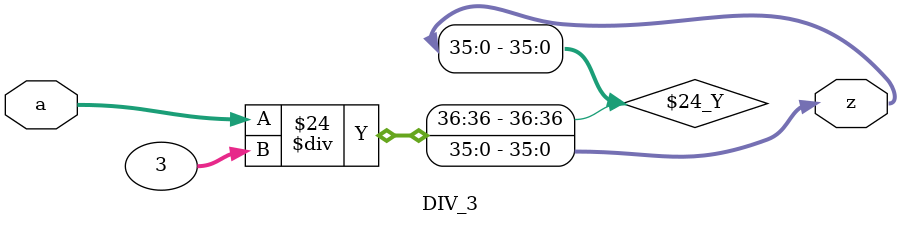
<source format=v>

`ifdef RTL
	`include "GATED_OR.v"
`else
	`include "Netlist/GATED_OR_SYN.v"
`endif
// synopsys translate_on

module SAD(
    //Input signals
    clk,
    rst_n,
    cg_en,
    in_valid,
	in_data1,
    T,
    in_data2,
    w_Q,
    w_K,
    w_V,

    //Output signals
    out_valid,
    out_data
    );

input clk;
input rst_n;
input in_valid;
input cg_en;
input signed [5:0] in_data1;
input [3:0] T;
input signed [7:0] in_data2;
input signed [7:0] w_Q;
input signed [7:0] w_K;
input signed [7:0] w_V;

output reg out_valid;
output reg signed [91:0] out_data;

//==============================================//
//       parameter & integer declaration        //
//==============================================//
parameter d_model = 'd8;

genvar k;

//==============================================//
//           reg & wire declaration             //
//==============================================//

reg [8:0] cnt_clk, next_cnt_clk;  // 0 ~ 307 (9 bits)
reg [6:0] handle_cycles_t8;   // 1*8 or 4*8 or 8*8 = 8 ~ 64
reg [6:0] handle_cycles_tt;   // 1*1 or 4*4 or 8*8 = 1 ~ 64
reg [8:0] QK_start_cycle;
reg [8:0] SV_start_cycle;
reg [8:0] out_start_cycle;
reg [8:0] end_cycle;     // max = 307 ??

// ----------------- input buffer -----------------
wire in_data1_valid, in_data2_valid, Q_valid, K_valid, V_valid;

reg signed [5:0] in_data1_reg [0:15];
reg [3:0] T_reg;
wire signed [7:0] in_data2_reg [0:63];
wire signed [7:0] w_Q_reg [0:63];
wire signed [7:0] w_K_reg [0:63];
wire signed [7:0] w_V_reg [0:63];

// ----------------- det -----------------
reg [3:0] det_cnt;    // 0 ~ 11
wire is_det;
reg  is_det_d1, is_det_d2, is_det_d3;

reg signed [20:0] det_tmp;   // 21-bit
reg signed [24:0] det_result;

// ----------------- matrix multiply -----------------
reg [4:0] mult_cnt_small;   // 0~191
reg [4:0] mult_cnt_small_d1;
wire is_multiplying;
wire Q_mult, K_mult, V_mult;
reg  Q_mult_d1, K_mult_d1, V_mult_d1;

wire signed [7:0] w_Q_transpose [0:63];
wire signed [7:0] w_K_transpose [0:63];
wire signed [7:0] w_V_transpose [0:63];

wire is_QK;
reg [5:0] mult_cnt_QK, mult_cnt_QK_d1, mult_cnt_QK_d2, mult_cnt_QK_d3;

reg signed [37:0] A_tmp;     // 38-bit
wire signed [36:0] A_pos;     // 37-bit

reg [36:0] div_a;   // 37-bit, all positive, unsigned
reg [35:0] div_z;   // 36-bit

reg signed [36:0] S_reg [0:63];

wire is_SV;
reg is_SV_d1;
reg [7:0] mult_cnt_SV;   // 0~191

wire signed [18:0] V_transpose [0:63];

// ----------------- mult -----------------
reg signed [7:0]  mult_s1_a [0:7];
reg signed [7:0]  mult_s1_b [0:7];
reg signed [15:0] mult_s1_z [0:7];

reg signed [7:0]  mult_s2_a [0:7];
reg signed [7:0]  mult_s2_b [0:7];
reg signed [15:0] mult_s2_z [0:7];

reg signed [18:0] mult_b_a [0:7];
reg signed [36:0] mult_b_b [0:7];
reg signed [53:0] mult_b_z [0:7];

reg signed [24:0] mult_f_a;
reg signed [53:0] mult_f_b;
reg signed [91:0] mult_f_z;

reg signed [18:0] Q_reg [0:63], K_reg [0:63], V_reg [0:63];     // 19-bit

//==============================================//
//                  design                      //
//==============================================//

wire the_end = (cnt_clk == end_cycle);

// reg [8:0] cnt_clk;  // 0 ~ 307 (9 bits)
always @(posedge clk or negedge rst_n) begin
	if (!rst_n) cnt_clk <= 7'b0;
	else cnt_clk <= next_cnt_clk;
end

// reg [8:0] next_cnt_clk;  // 0 ~ 307 (9 bits)
always @(*) begin
    next_cnt_clk = cnt_clk;
    if      (the_end)                    next_cnt_clk = 9'b0;
    else if (cnt_clk > 9'b0 || in_valid) next_cnt_clk = cnt_clk + 9'd1;
end

// ----------------- input -----------------

// wire in_data1_valid, in_data2_valid, Q_valid, K_valid, V_valid;
assign in_data1_valid = in_valid && cnt_clk < 9'd16;
assign in_data2_valid = in_valid && cnt_clk < ({3'd0, T_reg} << 3);
assign Q_valid = in_valid &&                     cnt_clk < 9'd64;
assign K_valid = in_valid && cnt_clk > 9'd63  && cnt_clk < 9'd128;
assign V_valid = in_valid && cnt_clk > 9'd127 && cnt_clk < 9'd192;

// reg [3:0] T_reg;
always @(posedge clk or negedge rst_n) begin
    if      (!rst_n)                      T_reg <= 4'd0;
    else if (in_valid && cnt_clk == 9'd0) T_reg <= T;
end

// reg [6:0] handle_cycles_t8;   // 1*8 or 4*8 or 8*8 = 8 ~ 64
always @(*) begin
    case (T_reg)
        1:       handle_cycles_t8 = 7'd8;
        4:       handle_cycles_t8 = 7'd32;
        default: handle_cycles_t8 = 7'd64;
    endcase
end
// reg [6:0] handle_cycles_tt;   // 1*1 or 4*4 or 8*8 = 1 ~ 64
always @(*) begin
    case (T_reg)
        1:       handle_cycles_tt = 7'd1;
        4:       handle_cycles_tt = 7'd32;
        default: handle_cycles_tt = 7'd64;
    endcase
end

// reg [8:0] QK_start_cycle;
always @(*) begin
    case (T_reg)
        1:       QK_start_cycle = 9'd190;
        4:       QK_start_cycle = 9'd148;
        default: QK_start_cycle = 9'd148;
    endcase
end

// reg [8:0] SV_start_cycle;
always @(*) begin
    case (T_reg)
        1:       SV_start_cycle = 9'd194;
        4:       SV_start_cycle = 9'd195;
        default: SV_start_cycle = 9'd212;
    endcase
end

// reg [8:0] out_start_cycle;
always @(*) begin
    case (T_reg)
        1:       out_start_cycle = 9'd196;
        4:       out_start_cycle = 9'd197;
        default: out_start_cycle = 9'd214;
    endcase
end

// reg [8:0] end_cycle;     // max = 307 ??
always @(*) begin
    case (T_reg)
        1:       end_cycle = 9'd204;
        4:       end_cycle = 9'd229;
        default: end_cycle = 9'd278;
    endcase
end

wire in_data1_clk;
wire in_data1_sleep = cg_en & ~(cnt_clk <= 27);
GATED_OR GATED_in_data1 (.CLOCK(clk), .SLEEP_CTRL(in_data1_sleep), .RST_N(rst_n), .CLOCK_GATED(in_data1_clk));

// reg signed [5:0] in_data1_reg [0:15];
always @(posedge in_data1_clk or negedge rst_n) begin
// always @(posedge clk or negedge rst_n) begin
    integer i;
    if (!rst_n) for (i = 0; i < 16; i  = i + 1) in_data1_reg[i] <= 6'd0;
    // ----------------- input -----------------
    else if (in_data1_valid) in_data1_reg[cnt_clk] <= in_data1;
    // -------------- determinent --------------
    else if (is_det) begin
        in_data1_reg[0] <= in_data1_reg[1];
        in_data1_reg[1] <= in_data1_reg[2];
        in_data1_reg[2] <= in_data1_reg[3];
        in_data1_reg[3] <= in_data1_reg[0];

        in_data1_reg[4] <= in_data1_reg[5];
        in_data1_reg[5] <= in_data1_reg[6];
        in_data1_reg[6] <= in_data1_reg[7];
        in_data1_reg[7] <= in_data1_reg[4];
        
        in_data1_reg[8] <= in_data1_reg[9];
        in_data1_reg[9] <= in_data1_reg[10];
        in_data1_reg[10] <= in_data1_reg[11];
        in_data1_reg[11] <= in_data1_reg[8];

        in_data1_reg[12] <= in_data1_reg[13];
        in_data1_reg[13] <= in_data1_reg[14];
        in_data1_reg[14] <= in_data1_reg[15];
        in_data1_reg[15] <= in_data1_reg[12];
    end
end

wire in_data2_clk_h1, in_data2_clk_h2;
wire in_data2_sleep = cg_en & ~(cnt_clk < ({3'd0, T_reg} << 3)) & ~(the_end);
GATED_OR GATED_in_data2_h1 (.CLOCK(clk), .SLEEP_CTRL(in_data2_sleep), .RST_N(rst_n), .CLOCK_GATED(in_data2_clk_h1));
GATED_OR GATED_in_data2_h2 (.CLOCK(clk), .SLEEP_CTRL(in_data2_sleep), .RST_N(rst_n), .CLOCK_GATED(in_data2_clk_h2));

reg signed [7:0] in_data2_reg_h1 [0:31], in_data2_reg_h2 [32:63];

// reg signed [7:0] in_data2_reg [0:63];
always @(posedge in_data2_clk_h1 or negedge rst_n) begin
// always @(posedge clk or negedge rst_n) begin
    integer i;
    if      (!rst_n)                            for (i = 0; i < 32; i  = i + 1) in_data2_reg_h1[i] <= 8'd0;
    else if (the_end)                           for (i = 8; i < 32; i  = i + 1) in_data2_reg_h1[i] <= 8'd0;
    else if (in_data2_valid && cnt_clk < 9'd32) in_data2_reg_h1[cnt_clk] <= in_data2;
end

always @(posedge in_data2_clk_h2 or negedge rst_n) begin
// always @(posedge clk or negedge rst_n) begin
    integer i;
    if      (!rst_n)                            for (i = 32; i < 64; i  = i + 1) in_data2_reg_h2[i] <= 8'd0;
    else if (the_end)                           for (i = 32; i < 64; i  = i + 1) in_data2_reg_h2[i] <= 8'd0;
    else if (in_data2_valid && cnt_clk > 9'd31) in_data2_reg_h2[cnt_clk] <= in_data2;
end

generate
    for (k = 0; k < 32; k = k + 1) begin: recover_in_data2_reg
        assign in_data2_reg[k]    = in_data2_reg_h1[k];
        assign in_data2_reg[k+32] = in_data2_reg_h2[k+32];
    end
endgenerate

wire w_Q_clk_h1, w_Q_clk_h2;
wire w_K_clk_h1, w_K_clk_h2;
wire w_V_clk_h1, w_V_clk_h2;
wire w_Q_sleep = cg_en & ~(cnt_clk < 9'd64);
wire w_K_sleep = cg_en & ~(cnt_clk > 9'd63  && cnt_clk < 9'd128);
wire w_V_sleep = cg_en & ~(cnt_clk > 9'd127 && cnt_clk < 9'd192);
GATED_OR GATED_w_Q_h1 (.CLOCK(clk), .SLEEP_CTRL(w_Q_sleep), .RST_N(rst_n), .CLOCK_GATED(w_Q_clk_h1));
GATED_OR GATED_w_K_h1 (.CLOCK(clk), .SLEEP_CTRL(w_K_sleep), .RST_N(rst_n), .CLOCK_GATED(w_K_clk_h1));
GATED_OR GATED_w_V_h1 (.CLOCK(clk), .SLEEP_CTRL(w_V_sleep), .RST_N(rst_n), .CLOCK_GATED(w_V_clk_h1));
GATED_OR GATED_w_Q_h2 (.CLOCK(clk), .SLEEP_CTRL(w_Q_sleep), .RST_N(rst_n), .CLOCK_GATED(w_Q_clk_h2));
GATED_OR GATED_w_K_h2 (.CLOCK(clk), .SLEEP_CTRL(w_K_sleep), .RST_N(rst_n), .CLOCK_GATED(w_K_clk_h2));
GATED_OR GATED_w_V_h2 (.CLOCK(clk), .SLEEP_CTRL(w_V_sleep), .RST_N(rst_n), .CLOCK_GATED(w_V_clk_h2));

reg signed [7:0] w_Q_reg_h1 [0:31], w_Q_reg_h2 [32:63];
reg signed [7:0] w_K_reg_h1 [0:31], w_K_reg_h2 [32:63];
reg signed [7:0] w_V_reg_h1 [0:31], w_V_reg_h2 [32:63];

generate
    for (k = 0; k < 32; k = k + 1) begin: recover_w_QKV_reg
        assign w_Q_reg[k] = w_Q_reg_h1[k];
        assign w_K_reg[k] = w_K_reg_h1[k];
        assign w_V_reg[k] = w_V_reg_h1[k];
        assign w_Q_reg[k+32] = w_Q_reg_h2[k+32];
        assign w_K_reg[k+32] = w_K_reg_h2[k+32];
        assign w_V_reg[k+32] = w_V_reg_h2[k+32];
    end
endgenerate

// reg signed [7:0] w_Q_reg [0:63];
always @(posedge w_Q_clk_h1 or negedge rst_n) begin
    integer i;
    if      (!rst_n)  for (i = 0; i < 32; i = i + 1) w_Q_reg_h1[i] <= 8'd0;
    else if (Q_valid && cnt_clk[5:0] < 6'd32) w_Q_reg_h1[cnt_clk[5:0]] <= w_Q;
end
always @(posedge w_Q_clk_h2 or negedge rst_n) begin
    integer i;
    if      (!rst_n)  for (i = 32; i < 64; i = i + 1) w_Q_reg_h2[i] <= 8'd0;
    else if (Q_valid && cnt_clk[5:0] > 6'd31) w_Q_reg_h2[cnt_clk[5:0]] <= w_Q;
end

// reg signed [7:0] w_K_reg [0:63];
always @(posedge w_K_clk_h1 or negedge rst_n) begin
    integer i;
    if      (!rst_n)  for (i = 0; i < 32; i = i + 1) w_K_reg_h1[i] <= 8'd0;
    else if (K_valid && cnt_clk[5:0] < 6'd32) w_K_reg_h1[cnt_clk[5:0]] <= w_K;
end
always @(posedge w_K_clk_h2 or negedge rst_n) begin
    integer i;
    if      (!rst_n)  for (i = 32; i < 64; i = i + 1) w_K_reg_h2[i] <= 8'd0;
    else if (K_valid && cnt_clk[5:0] > 6'd31) w_K_reg_h2[cnt_clk[5:0]] <= w_K;
end

// reg signed [7:0] w_V_reg [0:63];
always @(posedge w_V_clk_h1 or negedge rst_n) begin
    integer i;
    if      (!rst_n)  for (i = 0; i < 32; i = i + 1) w_V_reg_h1[i] <= 8'd0;
    else if (V_valid && cnt_clk[5:0] < 6'd32) w_V_reg_h1[cnt_clk[5:0]] <= w_V;
end
always @(posedge w_V_clk_h2 or negedge rst_n) begin
    integer i;
    if      (!rst_n)  for (i = 32; i < 64; i = i + 1) w_V_reg_h2[i] <= 8'd0;
    else if (V_valid && cnt_clk[5:0] > 6'd31) w_V_reg_h2[cnt_clk[5:0]] <= w_V;
end

// -------------- determinent --------------

wire det_cnt_clk;
wire det_cnt_sleep = cg_en & ~(is_det) & ~(the_end);
GATED_OR GATED_det_cnt (.CLOCK(clk), .SLEEP_CTRL(det_cnt_sleep), .RST_N(rst_n), .CLOCK_GATED(det_cnt_clk));

// reg [3:0] det_cnt;    // 0 ~ 11
always @(posedge det_cnt_clk or negedge rst_n) begin
// always @(posedge clk or negedge rst_n) begin
    if      (!rst_n) det_cnt <= 4'd0;
    else if (is_det) det_cnt <= det_cnt + 4'd1;
    else if (the_end) det_cnt <= 4'd0;
end

// wire is_det;
assign is_det = (cnt_clk >= 9'd16 && cnt_clk <= 9'd27);

wire is_det_d_clk;
wire is_det_d_sleep = cg_en & ~(cnt_clk >= 9'd16 && cnt_clk <= 9'd30);
GATED_OR GATED_is_det_d (.CLOCK(clk), .SLEEP_CTRL(is_det_d_sleep), .RST_N(rst_n), .CLOCK_GATED(is_det_d_clk));

// reg is_det_d1, is_det_d2, is_det_d3;
always @(posedge is_det_d_clk or negedge rst_n) begin
// always @(posedge clk or negedge rst_n) begin
    if (!rst_n) begin
        is_det_d1 <= 1'b0;
        is_det_d2 <= 1'b0;
        is_det_d3 <= 1'b0;
    end
    else begin
        is_det_d1 <= is_det;
        is_det_d2 <= is_det_d1;
        is_det_d3 <= is_det_d2;
    end
end

// + a0 a5 a10 a15
// - a1 a6 a11 a12
// + a2 a7 a8  a13
// - a3 a4 a9  a14

// + a0 a6 a11 a13
// - a1 a7 a8  a14
// + a2 a4 a9  a15
// - a3 a5 a10 a12

// + a0 a7 a9  a14
// - a1 a4 a10 a15
// + a2 a5 a11 a12
// - a3 a6 a8  a13

//--------------------

// - a0 a7 a10 a13
// + a1 a4 a11 a14 
// - a2 a5 a8  a15
// + a3 a6 a9  a12

// - a0 a5 a11 a14
// + a1 a6 a8  a15 
// - a2 a7 a9  a12
// + a3 a4 a10 a13 

// - a0 a6 a9  a15
// + a1 a7 a10 a12
// - a2 a4 a11 a13 
// + a3 a5 a8  a14

wire mult_s_clk;
wire mult_s_sleep = cg_en & ~is_det & ~Q_mult & ~K_mult & ~V_mult & ~(the_end);
GATED_OR GATED_mult_s (.CLOCK(clk), .SLEEP_CTRL(mult_s_sleep), .RST_N(rst_n), .CLOCK_GATED(mult_s_clk));

// reg signed [7:0] mult_s_a[0:7], mult_s_b[0:7]
always @(posedge mult_s_clk or negedge rst_n) begin
// always @(posedge clk or negedge rst_n) begin
    integer i;
    if (!rst_n) begin
        for (i = 0; i < 8; i = i + 1) begin
            mult_s1_a[i] <= 8'd0;
            mult_s1_b[i] <= 8'd0;
            mult_s2_a[i] <= 8'd0;
            mult_s2_b[i] <= 8'd0;
        end
    end
    else if (is_det) begin
        case (det_cnt[3:2])
            2'd1: begin
                // -
                mult_s1_a[0] <= {{2{in_data1_reg[0][5]}},  in_data1_reg[0]};
                mult_s1_b[0] <= {{2{in_data1_reg[6][5]}},  in_data1_reg[6]};
                mult_s1_a[1] <= {{2{in_data1_reg[11][5]}}, in_data1_reg[11]};
                mult_s1_b[1] <= {{2{in_data1_reg[13][5]}}, in_data1_reg[13]};
                // +
                
                mult_s1_a[2] <= {{2{in_data1_reg[0][5]}},  in_data1_reg[0]};
                mult_s1_b[2] <= {{2{in_data1_reg[5][5]}},  in_data1_reg[5]};
                mult_s1_a[3] <= {{2{in_data1_reg[11][5]}}, in_data1_reg[11]};
                mult_s1_b[3] <= {{2{in_data1_reg[14][5]}}, in_data1_reg[14]};
            end
            2'd2: begin
                // +
                mult_s1_a[0] <= {{2{in_data1_reg[0][5]}},  in_data1_reg[0]};
                mult_s1_b[0] <= {{2{in_data1_reg[7][5]}},  in_data1_reg[7]};
                mult_s1_a[1] <= {{2{in_data1_reg[9][5]}},  in_data1_reg[9]};
                mult_s1_b[1] <= {{2{in_data1_reg[14][5]}}, in_data1_reg[14]};
                // -
                mult_s1_a[2] <= {{2{in_data1_reg[0][5]}},  in_data1_reg[0]};
                mult_s1_b[2] <= {{2{in_data1_reg[6][5]}},  in_data1_reg[6]};
                mult_s1_a[3] <= {{2{in_data1_reg[9][5]}},  in_data1_reg[9]};
                mult_s1_b[3] <= {{2{in_data1_reg[15][5]}}, in_data1_reg[15]};
            end
            default: begin      // 0 or 3
                // -
                mult_s1_a[0] <= {{2{in_data1_reg[0][5]}},  in_data1_reg[0]};
                mult_s1_b[0] <= {{2{in_data1_reg[5][5]}},  in_data1_reg[5]};
                mult_s1_a[1] <= {{2{in_data1_reg[10][5]}}, in_data1_reg[10]};
                mult_s1_b[1] <= {{2{in_data1_reg[15][5]}}, in_data1_reg[15]};
                // +
                mult_s1_a[2] <= {{2{in_data1_reg[0][5]}},  in_data1_reg[0]};
                mult_s1_b[2] <= {{2{in_data1_reg[7][5]}},  in_data1_reg[7]};
                mult_s1_a[3] <= {{2{in_data1_reg[10][5]}}, in_data1_reg[10]};
                mult_s1_b[3] <= {{2{in_data1_reg[13][5]}}, in_data1_reg[13]};
            end
        endcase
    end
    else if (Q_mult) begin
        mult_s1_a[0] <= in_data2_reg[{mult_cnt_small[4:3], 4'd0}];
        mult_s1_a[1] <= in_data2_reg[{mult_cnt_small[4:3], 4'd1}];
        mult_s1_a[2] <= in_data2_reg[{mult_cnt_small[4:3], 4'd2}];
        mult_s1_a[3] <= in_data2_reg[{mult_cnt_small[4:3], 4'd3}];
        mult_s1_a[4] <= in_data2_reg[{mult_cnt_small[4:3], 4'd4}];
        mult_s1_a[5] <= in_data2_reg[{mult_cnt_small[4:3], 4'd5}];
        mult_s1_a[6] <= in_data2_reg[{mult_cnt_small[4:3], 4'd6}];
        mult_s1_a[7] <= in_data2_reg[{mult_cnt_small[4:3], 4'd7}];

        mult_s1_b[0] <= w_Q_transpose[{mult_cnt_small[2:0], 3'd0}];
        mult_s1_b[1] <= w_Q_transpose[{mult_cnt_small[2:0], 3'd1}];
        mult_s1_b[2] <= w_Q_transpose[{mult_cnt_small[2:0], 3'd2}];
        mult_s1_b[3] <= w_Q_transpose[{mult_cnt_small[2:0], 3'd3}];
        mult_s1_b[4] <= w_Q_transpose[{mult_cnt_small[2:0], 3'd4}];
        mult_s1_b[5] <= w_Q_transpose[{mult_cnt_small[2:0], 3'd5}];
        mult_s1_b[6] <= w_Q_transpose[{mult_cnt_small[2:0], 3'd6}];
        mult_s1_b[7] <= w_Q_transpose[{mult_cnt_small[2:0], 3'd7}];

        mult_s2_a[0] <= in_data2_reg[{mult_cnt_small[4:3], 1'b1, 3'd0}];
        mult_s2_a[1] <= in_data2_reg[{mult_cnt_small[4:3], 1'b1, 3'd1}];
        mult_s2_a[2] <= in_data2_reg[{mult_cnt_small[4:3], 1'b1, 3'd2}];
        mult_s2_a[3] <= in_data2_reg[{mult_cnt_small[4:3], 1'b1, 3'd3}];
        mult_s2_a[4] <= in_data2_reg[{mult_cnt_small[4:3], 1'b1, 3'd4}];
        mult_s2_a[5] <= in_data2_reg[{mult_cnt_small[4:3], 1'b1, 3'd5}];
        mult_s2_a[6] <= in_data2_reg[{mult_cnt_small[4:3], 1'b1, 3'd6}];
        mult_s2_a[7] <= in_data2_reg[{mult_cnt_small[4:3], 1'b1, 3'd7}];

        mult_s2_b[0] <= w_Q_transpose[{mult_cnt_small[2:0], 3'd0}];
        mult_s2_b[1] <= w_Q_transpose[{mult_cnt_small[2:0], 3'd1}];
        mult_s2_b[2] <= w_Q_transpose[{mult_cnt_small[2:0], 3'd2}];
        mult_s2_b[3] <= w_Q_transpose[{mult_cnt_small[2:0], 3'd3}];
        mult_s2_b[4] <= w_Q_transpose[{mult_cnt_small[2:0], 3'd4}];
        mult_s2_b[5] <= w_Q_transpose[{mult_cnt_small[2:0], 3'd5}];
        mult_s2_b[6] <= w_Q_transpose[{mult_cnt_small[2:0], 3'd6}];
        mult_s2_b[7] <= w_Q_transpose[{mult_cnt_small[2:0], 3'd7}];
    end
    else if (K_mult) begin
        mult_s1_a[0] <= in_data2_reg[{mult_cnt_small[4:3], 4'd0}];
        mult_s1_a[1] <= in_data2_reg[{mult_cnt_small[4:3], 4'd1}];
        mult_s1_a[2] <= in_data2_reg[{mult_cnt_small[4:3], 4'd2}];
        mult_s1_a[3] <= in_data2_reg[{mult_cnt_small[4:3], 4'd3}];
        mult_s1_a[4] <= in_data2_reg[{mult_cnt_small[4:3], 4'd4}];
        mult_s1_a[5] <= in_data2_reg[{mult_cnt_small[4:3], 4'd5}];
        mult_s1_a[6] <= in_data2_reg[{mult_cnt_small[4:3], 4'd6}];
        mult_s1_a[7] <= in_data2_reg[{mult_cnt_small[4:3], 4'd7}];

        mult_s1_b[0] <= w_K_transpose[{mult_cnt_small[2:0], 3'd0}];
        mult_s1_b[1] <= w_K_transpose[{mult_cnt_small[2:0], 3'd1}];
        mult_s1_b[2] <= w_K_transpose[{mult_cnt_small[2:0], 3'd2}];
        mult_s1_b[3] <= w_K_transpose[{mult_cnt_small[2:0], 3'd3}];
        mult_s1_b[4] <= w_K_transpose[{mult_cnt_small[2:0], 3'd4}];
        mult_s1_b[5] <= w_K_transpose[{mult_cnt_small[2:0], 3'd5}];
        mult_s1_b[6] <= w_K_transpose[{mult_cnt_small[2:0], 3'd6}];
        mult_s1_b[7] <= w_K_transpose[{mult_cnt_small[2:0], 3'd7}];

        mult_s2_a[0] <= in_data2_reg[{mult_cnt_small[4:3], 1'b1, 3'd0}];
        mult_s2_a[1] <= in_data2_reg[{mult_cnt_small[4:3], 1'b1, 3'd1}];
        mult_s2_a[2] <= in_data2_reg[{mult_cnt_small[4:3], 1'b1, 3'd2}];
        mult_s2_a[3] <= in_data2_reg[{mult_cnt_small[4:3], 1'b1, 3'd3}];
        mult_s2_a[4] <= in_data2_reg[{mult_cnt_small[4:3], 1'b1, 3'd4}];
        mult_s2_a[5] <= in_data2_reg[{mult_cnt_small[4:3], 1'b1, 3'd5}];
        mult_s2_a[6] <= in_data2_reg[{mult_cnt_small[4:3], 1'b1, 3'd6}];
        mult_s2_a[7] <= in_data2_reg[{mult_cnt_small[4:3], 1'b1, 3'd7}];

        mult_s2_b[0] <= w_K_transpose[{mult_cnt_small[2:0], 3'd0}];
        mult_s2_b[1] <= w_K_transpose[{mult_cnt_small[2:0], 3'd1}];
        mult_s2_b[2] <= w_K_transpose[{mult_cnt_small[2:0], 3'd2}];
        mult_s2_b[3] <= w_K_transpose[{mult_cnt_small[2:0], 3'd3}];
        mult_s2_b[4] <= w_K_transpose[{mult_cnt_small[2:0], 3'd4}];
        mult_s2_b[5] <= w_K_transpose[{mult_cnt_small[2:0], 3'd5}];
        mult_s2_b[6] <= w_K_transpose[{mult_cnt_small[2:0], 3'd6}];
        mult_s2_b[7] <= w_K_transpose[{mult_cnt_small[2:0], 3'd7}];
    end
    else if (V_mult) begin
        mult_s1_a[0] <= in_data2_reg[{mult_cnt_small[4:3], 4'd0}];
        mult_s1_a[1] <= in_data2_reg[{mult_cnt_small[4:3], 4'd1}];
        mult_s1_a[2] <= in_data2_reg[{mult_cnt_small[4:3], 4'd2}];
        mult_s1_a[3] <= in_data2_reg[{mult_cnt_small[4:3], 4'd3}];
        mult_s1_a[4] <= in_data2_reg[{mult_cnt_small[4:3], 4'd4}];
        mult_s1_a[5] <= in_data2_reg[{mult_cnt_small[4:3], 4'd5}];
        mult_s1_a[6] <= in_data2_reg[{mult_cnt_small[4:3], 4'd6}];
        mult_s1_a[7] <= in_data2_reg[{mult_cnt_small[4:3], 4'd7}];

        mult_s1_b[0] <= w_V_transpose[{mult_cnt_small[2:0], 3'd0}];
        mult_s1_b[1] <= w_V_transpose[{mult_cnt_small[2:0], 3'd1}];
        mult_s1_b[2] <= w_V_transpose[{mult_cnt_small[2:0], 3'd2}];
        mult_s1_b[3] <= w_V_transpose[{mult_cnt_small[2:0], 3'd3}];
        mult_s1_b[4] <= w_V_transpose[{mult_cnt_small[2:0], 3'd4}];
        mult_s1_b[5] <= w_V_transpose[{mult_cnt_small[2:0], 3'd5}];
        mult_s1_b[6] <= w_V_transpose[{mult_cnt_small[2:0], 3'd6}];
        mult_s1_b[7] <= w_V_transpose[{mult_cnt_small[2:0], 3'd7}];

        mult_s2_a[0] <= in_data2_reg[{mult_cnt_small[4:3], 1'b1, 3'd0}];
        mult_s2_a[1] <= in_data2_reg[{mult_cnt_small[4:3], 1'b1, 3'd1}];
        mult_s2_a[2] <= in_data2_reg[{mult_cnt_small[4:3], 1'b1, 3'd2}];
        mult_s2_a[3] <= in_data2_reg[{mult_cnt_small[4:3], 1'b1, 3'd3}];
        mult_s2_a[4] <= in_data2_reg[{mult_cnt_small[4:3], 1'b1, 3'd4}];
        mult_s2_a[5] <= in_data2_reg[{mult_cnt_small[4:3], 1'b1, 3'd5}];
        mult_s2_a[6] <= in_data2_reg[{mult_cnt_small[4:3], 1'b1, 3'd6}];
        mult_s2_a[7] <= in_data2_reg[{mult_cnt_small[4:3], 1'b1, 3'd7}];

        mult_s2_b[0] <= w_V_transpose[{mult_cnt_small[2:0], 3'd0}];
        mult_s2_b[1] <= w_V_transpose[{mult_cnt_small[2:0], 3'd1}];
        mult_s2_b[2] <= w_V_transpose[{mult_cnt_small[2:0], 3'd2}];
        mult_s2_b[3] <= w_V_transpose[{mult_cnt_small[2:0], 3'd3}];
        mult_s2_b[4] <= w_V_transpose[{mult_cnt_small[2:0], 3'd4}];
        mult_s2_b[5] <= w_V_transpose[{mult_cnt_small[2:0], 3'd5}];
        mult_s2_b[6] <= w_V_transpose[{mult_cnt_small[2:0], 3'd6}];
        mult_s2_b[7] <= w_V_transpose[{mult_cnt_small[2:0], 3'd7}];
    end
    else if (the_end) begin
        for (i = 0; i < 8; i = i + 1) begin
            mult_s1_a[i] <= 8'd0;
            mult_s1_b[i] <= 8'd0;
            mult_s2_a[i] <= 8'd0;
            mult_s2_b[i] <= 8'd0;
        end
    end
end

// reg signed [18:0] mult_b_a[0:7]
// reg signed [36:0] mult_b_b[0:7]
always @(posedge clk or negedge rst_n) begin
    integer i;
    if (!rst_n) begin
        for (i = 0; i < 8; i = i + 1) begin
            mult_b_a[i] <= 19'd0;
            mult_b_b[i] <= 37'd0;
        end
    end
    else if (is_det_d1) begin
        mult_b_a[0] <= {{ 3{mult_s1_z[0][15]}}, mult_s1_z[0]};
        mult_b_b[0] <= {{21{mult_s1_z[1][15]}}, mult_s1_z[1]};
        mult_b_a[1] <= {{ 3{mult_s1_z[2][15]}}, mult_s1_z[2]};
        mult_b_b[1] <= {{21{mult_s1_z[3][15]}}, mult_s1_z[3]};
    end
    else if (is_QK) begin
        mult_b_a[0] <= Q_reg[{mult_cnt_QK[5:3], 3'd0}];
        mult_b_a[1] <= Q_reg[{mult_cnt_QK[5:3], 3'd1}];
        mult_b_a[2] <= Q_reg[{mult_cnt_QK[5:3], 3'd2}];
        mult_b_a[3] <= Q_reg[{mult_cnt_QK[5:3], 3'd3}];
        mult_b_a[4] <= Q_reg[{mult_cnt_QK[5:3], 3'd4}];
        mult_b_a[5] <= Q_reg[{mult_cnt_QK[5:3], 3'd5}];
        mult_b_a[6] <= Q_reg[{mult_cnt_QK[5:3], 3'd6}];
        mult_b_a[7] <= Q_reg[{mult_cnt_QK[5:3], 3'd7}];

        mult_b_b[0] <= {{18{K_reg[{mult_cnt_QK[2:0], 3'd0}][18]}}, K_reg[{mult_cnt_QK[2:0], 3'd0}]};
        mult_b_b[1] <= {{18{K_reg[{mult_cnt_QK[2:0], 3'd1}][18]}}, K_reg[{mult_cnt_QK[2:0], 3'd1}]};
        mult_b_b[2] <= {{18{K_reg[{mult_cnt_QK[2:0], 3'd2}][18]}}, K_reg[{mult_cnt_QK[2:0], 3'd2}]};
        mult_b_b[3] <= {{18{K_reg[{mult_cnt_QK[2:0], 3'd3}][18]}}, K_reg[{mult_cnt_QK[2:0], 3'd3}]};
        mult_b_b[4] <= {{18{K_reg[{mult_cnt_QK[2:0], 3'd4}][18]}}, K_reg[{mult_cnt_QK[2:0], 3'd4}]};
        mult_b_b[5] <= {{18{K_reg[{mult_cnt_QK[2:0], 3'd5}][18]}}, K_reg[{mult_cnt_QK[2:0], 3'd5}]};
        mult_b_b[6] <= {{18{K_reg[{mult_cnt_QK[2:0], 3'd6}][18]}}, K_reg[{mult_cnt_QK[2:0], 3'd6}]};
        mult_b_b[7] <= {{18{K_reg[{mult_cnt_QK[2:0], 3'd7}][18]}}, K_reg[{mult_cnt_QK[2:0], 3'd7}]};
    end
    else if (is_SV) begin
        mult_b_a[0] <= V_transpose[{mult_cnt_SV[2:0], 3'd0}];  // 19-bit
        mult_b_a[1] <= V_transpose[{mult_cnt_SV[2:0], 3'd1}];
        mult_b_a[2] <= V_transpose[{mult_cnt_SV[2:0], 3'd2}];
        mult_b_a[3] <= V_transpose[{mult_cnt_SV[2:0], 3'd3}];
        mult_b_a[4] <= V_transpose[{mult_cnt_SV[2:0], 3'd4}];
        mult_b_a[5] <= V_transpose[{mult_cnt_SV[2:0], 3'd5}];
        mult_b_a[6] <= V_transpose[{mult_cnt_SV[2:0], 3'd6}];
        mult_b_a[7] <= V_transpose[{mult_cnt_SV[2:0], 3'd7}];

        mult_b_b[0] <= S_reg[{mult_cnt_SV[5:3], 3'd0}];        // 37-bit
        mult_b_b[1] <= S_reg[{mult_cnt_SV[5:3], 3'd1}];
        mult_b_b[2] <= S_reg[{mult_cnt_SV[5:3], 3'd2}];
        mult_b_b[3] <= S_reg[{mult_cnt_SV[5:3], 3'd3}];
        mult_b_b[4] <= S_reg[{mult_cnt_SV[5:3], 3'd4}];
        mult_b_b[5] <= S_reg[{mult_cnt_SV[5:3], 3'd5}];
        mult_b_b[6] <= S_reg[{mult_cnt_SV[5:3], 3'd6}];
        mult_b_b[7] <= S_reg[{mult_cnt_SV[5:3], 3'd7}];
    end
    else if (the_end) begin
        for (i = 0; i < 8; i = i + 1) begin
            mult_b_a[i] <= 19'd0;
            mult_b_b[i] <= 37'd0;
        end
    end
end

// reg signed [20:0] det_tmp;   // 21-bit
always @(posedge clk or negedge rst_n) begin
    if      (!rst_n)     det_tmp <= 25'd0;
    else if (is_det_d2) begin
        if (~cnt_clk[0]) det_tmp <= mult_b_z[0] - mult_b_z[1];
        else             det_tmp <= mult_b_z[1] - mult_b_z[0];
    end
end

// reg signed [24:0] det_result;
always @(posedge clk or negedge rst_n) begin
    if      (!rst_n)               det_result <= 25'd0;
    else if (is_det_d3)            det_result <= det_result + det_tmp;
    else if (the_end) det_result <= 25'd0;
end

// -------------- attention --------------

assign Q_mult = cnt_clk >= 9'd57  && cnt_clk <= 9'd88;
assign K_mult = cnt_clk >= 9'd121 && cnt_clk <= 9'd152;
assign V_mult = cnt_clk >= 9'd185 && cnt_clk < (T_reg[0] ? 9'd193 : (9'd185 + (handle_cycles_t8>>1)));

// reg Q_mult_d1, K_mult_d1, V_mult_d1;
always @(posedge clk or negedge rst_n) begin
    if (!rst_n) begin
        Q_mult_d1 <= 1'b0;
        K_mult_d1 <= 1'b0;
        V_mult_d1 <= 1'b0;
    end
    else begin
        Q_mult_d1 <= Q_mult;
        K_mult_d1 <= K_mult;
        V_mult_d1 <= V_mult;
    end
end

// wire is_multiplying;
assign is_multiplying = (Q_mult || K_mult || V_mult);

// reg [4:0] mult_cnt_small;   // 0~191
always @(posedge clk or negedge rst_n) begin
    if      (!rst_n)               mult_cnt_small <= 5'd0;
    else if (is_multiplying)       mult_cnt_small <= mult_cnt_small + 5'd1;
    else if (the_end) mult_cnt_small <= 5'd0;
end

// reg [7:0] mult_cnt_small_d1;   // 0~191
always @(posedge clk or negedge rst_n) begin
    if (!rst_n) mult_cnt_small_d1 <= 5'd0;
    else        mult_cnt_small_d1 <= mult_cnt_small;
end

// wire signed [7:0] w_Q_transpose [0:63];
// wire signed [7:0] w_K_transpose [0:63];
// wire signed [7:0] w_V_transpose [0:63];
generate
    for (k = 0; k < 64; k = k + 1) begin: transpose_weight
        assign w_Q_transpose[k] = w_Q_reg[k/8 + 8*(k%8)];
        assign w_K_transpose[k] = w_K_reg[k/8 + 8*(k%8)];
        assign w_V_transpose[k] = w_V_reg[k/8 + 8*(k%8)];
    end
endgenerate

// reg signed [18:0] Q_reg [0:63], K_reg [0:63], V_reg [0:63];     // 19-bit
always @(posedge clk or negedge rst_n) begin
    integer i;
    if (!rst_n) begin
        for (i = 0; i < 64; i = i + 1) Q_reg[i] <= 19'd0;
    end
    else if (Q_mult_d1) begin
        Q_reg[{mult_cnt_small_d1[4:3], 1'b0, mult_cnt_small_d1[2:0]}] <= mult_s1_z[0] + mult_s1_z[1] + mult_s1_z[2] + mult_s1_z[3] + mult_s1_z[4] + mult_s1_z[5] + mult_s1_z[6] + mult_s1_z[7];
        Q_reg[{mult_cnt_small_d1[4:3], 1'b1, mult_cnt_small_d1[2:0]}] <= mult_s2_z[0] + mult_s2_z[1] + mult_s2_z[2] + mult_s2_z[3] + mult_s2_z[4] + mult_s2_z[5] + mult_s2_z[6] + mult_s2_z[7];
    end
    else if (the_end) begin
        for (i = 0; i < 64; i = i + 1) Q_reg[i] <= 19'd0;
    end
end

always @(posedge clk or negedge rst_n) begin
    integer i;
    if (!rst_n) begin
        for (i = 0; i < 64; i = i + 1) K_reg[i] <= 19'd0;
    end
    else if (K_mult_d1) begin
        K_reg[{mult_cnt_small_d1[4:3], 1'b0, mult_cnt_small_d1[2:0]}] <= mult_s1_z[0] + mult_s1_z[1] + mult_s1_z[2] + mult_s1_z[3] + mult_s1_z[4] + mult_s1_z[5] + mult_s1_z[6] + mult_s1_z[7];
        K_reg[{mult_cnt_small_d1[4:3], 1'b1, mult_cnt_small_d1[2:0]}] <= mult_s2_z[0] + mult_s2_z[1] + mult_s2_z[2] + mult_s2_z[3] + mult_s2_z[4] + mult_s2_z[5] + mult_s2_z[6] + mult_s2_z[7];
    end
    else if (the_end) begin
        for (i = 0; i < 64; i = i + 1) K_reg[i] <= 19'd0;
    end
end

always @(posedge clk or negedge rst_n) begin
    integer i;
    if (!rst_n) begin
        for (i = 0; i < 64; i = i + 1) V_reg[i] <= 19'd0;
    end
    else if (V_mult_d1) begin
        V_reg[{mult_cnt_small_d1[4:3], 1'b0, mult_cnt_small_d1[2:0]}] <= mult_s1_z[0] + mult_s1_z[1] + mult_s1_z[2] + mult_s1_z[3] + mult_s1_z[4] + mult_s1_z[5] + mult_s1_z[6] + mult_s1_z[7];
        V_reg[{mult_cnt_small_d1[4:3], 1'b1, mult_cnt_small_d1[2:0]}] <= mult_s2_z[0] + mult_s2_z[1] + mult_s2_z[2] + mult_s2_z[3] + mult_s2_z[4] + mult_s2_z[5] + mult_s2_z[6] + mult_s2_z[7];
    end
    else if (the_end) begin
        for (i = 0; i < 64; i = i + 1) V_reg[i] <= 19'd0;
    end
end

// -------------- QK^T --------------

// reg [7:0] mult_cnt_QK;   // 0~191
always @(posedge clk or negedge rst_n) begin
    if      (!rst_n) mult_cnt_QK <= 8'd0;
    else if (is_QK)  mult_cnt_QK <= mult_cnt_QK + 8'd1;
    else             mult_cnt_QK <= 8'd0;
end

// wire is_QK;
assign is_QK = (cnt_clk >= QK_start_cycle) && (cnt_clk < QK_start_cycle + handle_cycles_tt);

reg is_QK_d1, is_QK_d2, is_QK_d3;
// reg is_QK_d1, is_QK_d2, is_QK_d3;
always @(posedge clk or negedge rst_n) begin
    if (!rst_n) begin
        is_QK_d1 <= 8'd0;
        is_QK_d2 <= 8'd0;
        is_QK_d3 <= 8'd0;
    end
    else begin
        is_QK_d1 <= is_QK;
        is_QK_d2 <= is_QK_d1;
        is_QK_d3 <= is_QK_d2;
    end
end

// reg [7:0] mult_cnt_QK_d1, mult_cnt_QK_d2, mult_cnt_QK_d3;   // 0~191
always @(posedge clk or negedge rst_n) begin
    if (!rst_n) begin
        mult_cnt_QK_d1 <= 8'd0;
        mult_cnt_QK_d2 <= 8'd0;
        mult_cnt_QK_d3 <= 8'd0;
    end
    else begin
        mult_cnt_QK_d1 <= mult_cnt_QK;
        mult_cnt_QK_d2 <= mult_cnt_QK_d1;
        mult_cnt_QK_d3 <= mult_cnt_QK_d2;
    end
end

// reg signed [37:0] A_tmp;     // 38-bit
always @(posedge clk or negedge rst_n) begin
    if      (!rst_n)   A_tmp <= 38'd0;
    else if (is_QK_d1) A_tmp <= mult_b_z[0] + mult_b_z[1] + mult_b_z[2] + mult_b_z[3] + mult_b_z[4] + mult_b_z[5] + mult_b_z[6] + mult_b_z[7];
    else if (the_end)  A_tmp <= 38'd0;
end

// wire signed [36:0] A_pos;     // 37-bit
assign A_pos = ({37{~A_tmp[37]}} & A_tmp[36:0]);

// reg [36:0] div_a;   // 37-bit, all positive, unsigned
always @(posedge clk or negedge rst_n) begin
    if      (!rst_n)   div_a <= 37'd0;
    else if (is_QK_d2) div_a <= A_pos;
end

// reg [35:0] div_z;   // 36-bit
DIV_3 #(37, 36) div_3(.a(div_a), .z(div_z));

// reg signed [36:0] S_reg [0:63];
always @(posedge clk or negedge rst_n) begin
    integer i;
    if (!rst_n) begin
        for (i = 0; i < 64; i = i + 1) S_reg[i] <= 37'd0;
    end
    else if (is_QK_d3) begin
        S_reg[mult_cnt_QK_d3] <= {1'b0, div_z};
    end
    else if (the_end) begin
        for (i = 0; i < 64; i = i + 1) S_reg[i] <= 37'd0;
    end
end

// -------------- SV --------------

// wire is_SV;
assign is_SV = (cnt_clk >= SV_start_cycle) && (cnt_clk < SV_start_cycle + handle_cycles_t8);

// reg is_SV_d1, is_SV_d2, is_SV_d3, is_SV_d4;
always @(posedge clk or negedge rst_n) begin
    if (!rst_n) begin
        is_SV_d1 <= 1'b0;
    end
    else begin
        is_SV_d1 <= is_SV;
    end
end

// reg [7:0] mult_cnt_SV;   // 0~191
always @(posedge clk or negedge rst_n) begin
    if      (!rst_n) mult_cnt_SV <= 8'd0;
    else if (is_SV)  mult_cnt_SV <= mult_cnt_SV + 8'd1;
    else             mult_cnt_SV <= 8'd0;
end

// reg signed [18:0] V_transpose [0:63];
generate
    for (k = 0; k < 64; k = k + 1) begin: transpose_V
        assign V_transpose[k] = V_reg[k/8 + 8*(k%8)];
    end
endgenerate

// reg signed [24:0] mult_f_a;
// reg signed [53:0] mult_f_b;
// reg signed [91:0] mult_f_z;
always @(posedge clk or negedge rst_n) begin
    if (!rst_n) begin
        mult_f_a <= 25'd0;
        mult_f_b <= 54'd0;
    end
    else if (is_SV_d1) begin
        mult_f_a <= det_result;
        mult_f_b <= mult_b_z[0] + mult_b_z[1] + mult_b_z[2] + mult_b_z[3] + mult_b_z[4] + mult_b_z[5] + mult_b_z[6] + mult_b_z[7];
    end
end

// -------------- mult IP --------------

// reg signed [7:0]  mult_s1_a [0:7];
// reg signed [7:0]  mult_s1_b [0:7];
// reg signed [15:0] mult_s1_z [0:7];

// reg signed [18:0] mult_b_a [0:7];
// reg signed [36:0] mult_b_b [0:7];
// reg signed [53:0] mult_b_z [0:7];
generate
    for (k = 0; k < 8; k = k + 1) begin: mult_gen
        MULT #(8, 8, 16) mult_small_1 (.a(mult_s1_a[k]), .b(mult_s1_b[k]), .z(mult_s1_z[k]));
        MULT #(8, 8, 16) mult_small_2 (.a(mult_s2_a[k]), .b(mult_s2_b[k]), .z(mult_s2_z[k]));
        MULT #(19, 37, 54) mult_big   (.a(mult_b_a[k]),  .b(mult_b_b[k]),  .z(mult_b_z[k]));
    end
endgenerate

// reg signed [24:0] mult_f_a;
// reg signed [53:0] mult_f_b;
// reg signed [91:0] mult_f_z;
MULT #(25, 54, 92) mult_final (.a(mult_f_a), .b(mult_f_b), .z(mult_f_z));


// -------------- output --------------


// output reg out_valid;
// output reg signed [91:0] out_data;


always @(posedge clk or negedge rst_n) begin
    if      (!rst_n)                                            out_valid <= 1'b0;
    else if (cnt_clk >= out_start_cycle && cnt_clk < end_cycle) out_valid <= 1'b1;
    else                                                        out_valid <= 1'b0;
end

always @(posedge clk or negedge rst_n) begin
    if      (!rst_n)                                            out_data <= 92'd0;
    else if (cnt_clk >= out_start_cycle && cnt_clk < end_cycle) out_data <= mult_f_z;
    else                                                        out_data <= 92'd0;
end

endmodule

module MULT #(
    parameter a_bits = 8,
    parameter b_bits = 8,
    parameter z_bits = 16
) (
    input signed [a_bits-1:0] a,
    input signed [b_bits-1:0] b,
    output signed [z_bits-1:0] z
);
assign z = a * b;
endmodule

module DIV_3 #(
    parameter a_bits = 37,
    parameter z_bits = 36
) (
    input  [a_bits-1:0] a,
    output [z_bits-1:0] z
);
assign z = a / 3;
endmodule
</source>
